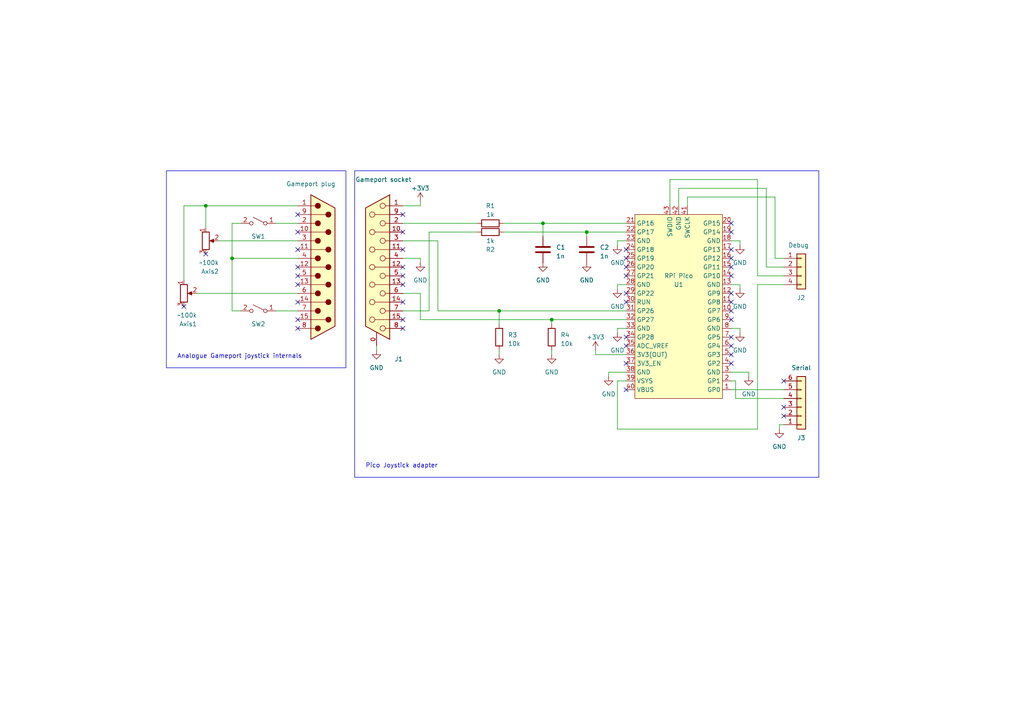
<source format=kicad_sch>
(kicad_sch (version 20230121) (generator eeschema)
  (paper "A4")
  (title_block (title "Pico Joystick schematic") (date "2023-05-02") (rev "1") (company "Alan Reed"))
  (lib_symbols
    (symbol "Connector:DA15_Plug" (pin_names (offset 1.016) hide)
      (property "Reference" "J" (at 0.508 21.59 0))
      (property "Value" "DA15_Plug" (at 0 -22.225 0))
      (symbol "DA15_Plug_0_1"
        (circle (center -1.778 -17.78) (radius 0.762) (fill (type outline)))
        (circle (center -1.778 -12.7) (radius 0.762) (fill (type outline)))
        (circle (center -1.778 -7.62) (radius 0.762) (fill (type outline)))
        (circle (center -1.778 -2.54) (radius 0.762) (fill (type outline)))
        (circle (center -1.778 2.54) (radius 0.762) (fill (type outline)))
        (circle (center -1.778 7.62) (radius 0.762) (fill (type outline)))
        (circle (center -1.778 12.7) (radius 0.762) (fill (type outline)))
        (circle (center -1.778 17.78) (radius 0.762) (fill (type outline)))
        (polyline (pts (xy -3.81 -17.78) (xy -2.54 -17.78)))
        (polyline (pts (xy -3.81 -15.24) (xy 0.508 -15.24)))
        (polyline (pts (xy -3.81 -12.7) (xy -2.54 -12.7)))
        (polyline (pts (xy -3.81 -10.16) (xy 0.508 -10.16)))
        (polyline (pts (xy -3.81 -7.62) (xy -2.54 -7.62)))
        (polyline (pts (xy -3.81 -5.08) (xy 0.508 -5.08)))
        (polyline (pts (xy -3.81 -2.54) (xy -2.54 -2.54)))
        (polyline (pts (xy -3.81 0) (xy 0.508 0)))
        (polyline (pts (xy -3.81 2.54) (xy -2.54 2.54)))
        (polyline (pts (xy -3.81 5.08) (xy 0.508 5.08)))
        (polyline (pts (xy -3.81 7.62) (xy -2.54 7.62)))
        (polyline (pts (xy -3.81 10.16) (xy 0.508 10.16)))
        (polyline (pts (xy -3.81 12.7) (xy -2.54 12.7)))
        (polyline (pts (xy -3.81 15.24) (xy 0.508 15.24)))
        (polyline (pts (xy -3.81 17.78) (xy -2.54 17.78)))
        (polyline (pts (xy -3.81 -20.955) (xy 3.175 -17.145) (xy 3.175 17.145) (xy -3.81 20.955) (xy -3.81 -20.955)) (stroke (width 0.254)) (fill (type background)))
        (circle (center 1.27 -15.24) (radius 0.762) (fill (type outline)))
        (circle (center 1.27 -10.16) (radius 0.762) (fill (type outline)))
        (circle (center 1.27 -5.08) (radius 0.762) (fill (type outline)))
        (circle (center 1.27 0) (radius 0.762) (fill (type outline)))
        (circle (center 1.27 5.08) (radius 0.762) (fill (type outline)))
        (circle (center 1.27 10.16) (radius 0.762) (fill (type outline)))
        (circle (center 1.27 15.24) (radius 0.762) (fill (type outline)))
      )
      (symbol "DA15_Plug_1_1"
        (pin passive line (at -7.62 -17.78 0) (length 3.81) (name "1") (number "1"))
        (pin passive line (at -7.62 -10.16 0) (length 3.81) (name "P10") (number "10"))
        (pin passive line (at -7.62 -5.08 0) (length 3.81) (name "P111") (number "11"))
        (pin passive line (at -7.62 0 0) (length 3.81) (name "P12") (number "12"))
        (pin passive line (at -7.62 5.08 0) (length 3.81) (name "P13") (number "13"))
        (pin passive line (at -7.62 10.16 0) (length 3.81) (name "P14") (number "14"))
        (pin passive line (at -7.62 15.24 0) (length 3.81) (name "P15") (number "15"))
        (pin passive line (at -7.62 -12.7 0) (length 3.81) (name "2") (number "2"))
        (pin passive line (at -7.62 -7.62 0) (length 3.81) (name "3") (number "3"))
        (pin passive line (at -7.62 -2.54 0) (length 3.81) (name "4") (number "4"))
        (pin passive line (at -7.62 2.54 0) (length 3.81) (name "5") (number "5"))
        (pin passive line (at -7.62 7.62 0) (length 3.81) (name "6") (number "6"))
        (pin passive line (at -7.62 12.7 0) (length 3.81) (name "7") (number "7"))
        (pin passive line (at -7.62 17.78 0) (length 3.81) (name "8") (number "8"))
        (pin passive line (at -7.62 -15.24 0) (length 3.81) (name "P9") (number "9"))
      )
    )
    (symbol "Connector:DA15_Receptacle_MountingHoles" (pin_names (offset 1.016) hide)
      (property "Reference" "J" (at 0 24.13 0))
      (property "Value" "DA15_Receptacle_MountingHoles" (at 0 22.225 0))
      (symbol "DA15_Receptacle_MountingHoles_0_1"
        (circle (center -1.778 -17.78) (radius 0.762))
        (circle (center -1.778 -12.7) (radius 0.762))
        (circle (center -1.778 -7.62) (radius 0.762))
        (circle (center -1.778 -2.54) (radius 0.762))
        (circle (center -1.778 2.54) (radius 0.762))
        (circle (center -1.778 7.62) (radius 0.762))
        (circle (center -1.778 12.7) (radius 0.762))
        (circle (center -1.778 17.78) (radius 0.762))
        (polyline (pts (xy -3.81 -17.78) (xy -2.54 -17.78)))
        (polyline (pts (xy -3.81 -15.24) (xy 0.508 -15.24)))
        (polyline (pts (xy -3.81 -12.7) (xy -2.54 -12.7)))
        (polyline (pts (xy -3.81 -10.16) (xy 0.508 -10.16)))
        (polyline (pts (xy -3.81 -7.62) (xy -2.54 -7.62)))
        (polyline (pts (xy -3.81 -5.08) (xy 0.508 -5.08)))
        (polyline (pts (xy -3.81 -2.54) (xy -2.54 -2.54)))
        (polyline (pts (xy -3.81 0) (xy 0.508 0)))
        (polyline (pts (xy -3.81 2.54) (xy -2.54 2.54)))
        (polyline (pts (xy -3.81 5.08) (xy 0.508 5.08)))
        (polyline (pts (xy -3.81 7.62) (xy -2.54 7.62)))
        (polyline (pts (xy -3.81 10.16) (xy 0.508 10.16)))
        (polyline (pts (xy -3.81 12.7) (xy -2.54 12.7)))
        (polyline (pts (xy -3.81 15.24) (xy 0.508 15.24)))
        (polyline (pts (xy -3.81 17.78) (xy -2.54 17.78)))
        (polyline (pts (xy -3.81 20.955) (xy 3.175 17.145) (xy 3.175 -17.145) (xy -3.81 -20.955) (xy -3.81 20.955)) (stroke (width 0.254)) (fill (type background)))
        (circle (center 1.27 -15.24) (radius 0.762))
        (circle (center 1.27 -10.16) (radius 0.762))
        (circle (center 1.27 -5.08) (radius 0.762))
        (circle (center 1.27 0) (radius 0.762))
        (circle (center 1.27 5.08) (radius 0.762))
        (circle (center 1.27 10.16) (radius 0.762))
        (circle (center 1.27 15.24) (radius 0.762))
      )
      (symbol "DA15_Receptacle_MountingHoles_1_1"
        (pin passive line (at 0 -22.86 90) (length 3.81) (name "PAD") (number "0"))
        (pin passive line (at -7.62 17.78 0) (length 3.81) (name "1") (number "1"))
        (pin passive line (at -7.62 10.16 0) (length 3.81) (name "P10") (number "10"))
        (pin passive line (at -7.62 5.08 0) (length 3.81) (name "P111") (number "11"))
        (pin passive line (at -7.62 0 0) (length 3.81) (name "P12") (number "12"))
        (pin passive line (at -7.62 -5.08 0) (length 3.81) (name "P13") (number "13"))
        (pin passive line (at -7.62 -10.16 0) (length 3.81) (name "P14") (number "14"))
        (pin passive line (at -7.62 -15.24 0) (length 3.81) (name "P15") (number "15"))
        (pin passive line (at -7.62 12.7 0) (length 3.81) (name "2") (number "2"))
        (pin passive line (at -7.62 7.62 0) (length 3.81) (name "3") (number "3"))
        (pin passive line (at -7.62 2.54 0) (length 3.81) (name "4") (number "4"))
        (pin passive line (at -7.62 -2.54 0) (length 3.81) (name "5") (number "5"))
        (pin passive line (at -7.62 -7.62 0) (length 3.81) (name "6") (number "6"))
        (pin passive line (at -7.62 -12.7 0) (length 3.81) (name "7") (number "7"))
        (pin passive line (at -7.62 -17.78 0) (length 3.81) (name "8") (number "8"))
        (pin passive line (at -7.62 15.24 0) (length 3.81) (name "P9") (number "9"))
      )
    )
    (symbol "Connector_Generic:Conn_01x04" (pin_names (offset 1.016) hide)
      (property "Reference" "J" (at 0 5.08 0))
      (property "Value" "Conn_01x04" (at 0 -7.62 0))
      (symbol "Conn_01x04_1_1"
        (rectangle (start -1.27 -4.953) (end 0 -5.207) (stroke (width 0.1524)))
        (rectangle (start -1.27 -2.413) (end 0 -2.667) (stroke (width 0.1524)))
        (rectangle (start -1.27 0.127) (end 0 -0.127) (stroke (width 0.1524)))
        (rectangle (start -1.27 2.667) (end 0 2.413) (stroke (width 0.1524)))
        (rectangle (start -1.27 3.81) (end 1.27 -6.35) (stroke (width 0.254)) (fill (type background)))
        (pin passive line (at -5.08 2.54 0) (length 3.81) (name "Pin_1") (number "1"))
        (pin passive line (at -5.08 0 0) (length 3.81) (name "Pin_2") (number "2"))
        (pin passive line (at -5.08 -2.54 0) (length 3.81) (name "Pin_3") (number "3"))
        (pin passive line (at -5.08 -5.08 0) (length 3.81) (name "Pin_4") (number "4"))
      )
    )
    (symbol "Connector_Generic:Conn_01x06" (pin_names (offset 1.016) hide)
      (property "Reference" "J" (at 0 7.62 0))
      (property "Value" "Conn_01x06" (at 0 -10.16 0))
      (symbol "Conn_01x06_1_1"
        (rectangle (start -1.27 -7.493) (end 0 -7.747) (stroke (width 0.1524)))
        (rectangle (start -1.27 -4.953) (end 0 -5.207) (stroke (width 0.1524)))
        (rectangle (start -1.27 -2.413) (end 0 -2.667) (stroke (width 0.1524)))
        (rectangle (start -1.27 0.127) (end 0 -0.127) (stroke (width 0.1524)))
        (rectangle (start -1.27 2.667) (end 0 2.413) (stroke (width 0.1524)))
        (rectangle (start -1.27 5.207) (end 0 4.953) (stroke (width 0.1524)))
        (rectangle (start -1.27 6.35) (end 1.27 -8.89) (stroke (width 0.254)) (fill (type background)))
        (pin passive line (at -5.08 5.08 0) (length 3.81) (name "Pin_1") (number "1"))
        (pin passive line (at -5.08 2.54 0) (length 3.81) (name "Pin_2") (number "2"))
        (pin passive line (at -5.08 0 0) (length 3.81) (name "Pin_3") (number "3"))
        (pin passive line (at -5.08 -2.54 0) (length 3.81) (name "Pin_4") (number "4"))
        (pin passive line (at -5.08 -5.08 0) (length 3.81) (name "Pin_5") (number "5"))
        (pin passive line (at -5.08 -7.62 0) (length 3.81) (name "Pin_6") (number "6"))
      )
    )
    (symbol "Device:C" (pin_numbers hide) (pin_names (offset 0.254))
      (property "Reference" "C" (at 0.635 2.54 0))
      (property "Value" "C" (at 0.635 -2.54 0))
      (symbol "C_0_1"
        (polyline (pts (xy -2.032 -0.762) (xy 2.032 -0.762)) (stroke (width 0.508)))
        (polyline (pts (xy -2.032 0.762) (xy 2.032 0.762)) (stroke (width 0.508)))
      )
      (symbol "C_1_1"
        (pin passive line (at 0 3.81 270) (length 2.794) (name "~") (number "1"))
        (pin passive line (at 0 -3.81 90) (length 2.794) (name "~") (number "2"))
      )
    )
    (symbol "Device:R" (pin_numbers hide) (pin_names (offset 0))
      (property "Reference" "R" (at 2.032 0 90))
      (property "Value" "R" (at 0 0 90))
      (symbol "R_0_1"
        (rectangle (start -1.016 -2.54) (end 1.016 2.54) (stroke (width 0.254)))
      )
      (symbol "R_1_1"
        (pin passive line (at 0 3.81 270) (length 1.27) (name "~") (number "1"))
        (pin passive line (at 0 -3.81 90) (length 1.27) (name "~") (number "2"))
      )
    )
    (symbol "Device:R_Potentiometer" (pin_names (offset 1.016) hide)
      (property "Reference" "RV" (at -4.445 0 90))
      (property "Value" "R_Potentiometer" (at -2.54 0 90))
      (symbol "R_Potentiometer_0_1"
        (polyline (pts (xy 2.54 0) (xy 1.524 0)))
        (polyline (pts (xy 1.143 0) (xy 2.286 0.508) (xy 2.286 -0.508) (xy 1.143 0)) (fill (type outline)))
        (rectangle (start 1.016 2.54) (end -1.016 -2.54) (stroke (width 0.254)))
      )
      (symbol "R_Potentiometer_1_1"
        (pin passive line (at 0 3.81 270) (length 1.27) (name "1") (number "1"))
        (pin passive line (at 3.81 0 180) (length 1.27) (name "2") (number "2"))
        (pin passive line (at 0 -3.81 90) (length 1.27) (name "3") (number "3"))
      )
    )
    (symbol "Switch:SW_SPST" (pin_names (offset 0) hide)
      (property "Reference" "SW" (at 0 3.175 0))
      (property "Value" "SW_SPST" (at 0 -2.54 0))
      (symbol "SW_SPST_0_0"
        (circle (center -2.032 0) (radius 0.508))
        (polyline (pts (xy -1.524 0.254) (xy 1.524 1.778)))
        (circle (center 2.032 0) (radius 0.508))
      )
      (symbol "SW_SPST_1_1"
        (pin passive line (at -5.08 0 0) (length 2.54) (name "A") (number "1"))
        (pin passive line (at 5.08 0 180) (length 2.54) (name "B") (number "2"))
      )
    )
    (symbol "pi_pico:pi_pico"
      (property "Reference" "U1" (at 0 -17.78 0))
      (property "Value" "RPi Pico" (at 0 -20.32 0))
      (symbol "pi_pico_1_1"
        (rectangle (start -12.7 15.24) (end 12.7 -38.1) (fill (type background)))
        (pin bidirectional line (at -15.24 12.7 0) (length 2.54) (name "GP0") (number "1"))
        (pin bidirectional line (at -15.24 -10.16 0) (length 2.54) (name "GP7") (number "10"))
        (pin bidirectional line (at -15.24 -12.7 0) (length 2.54) (name "GP8") (number "11"))
        (pin bidirectional line (at -15.24 -15.24 0) (length 2.54) (name "GP9") (number "12"))
        (pin bidirectional line (at -15.24 -17.78 0) (length 2.54) (name "GND") (number "13"))
        (pin bidirectional line (at -15.24 -20.32 0) (length 2.54) (name "GP10") (number "14"))
        (pin bidirectional line (at -15.24 -22.86 0) (length 2.54) (name "GP11") (number "15"))
        (pin bidirectional line (at -15.24 -25.4 0) (length 2.54) (name "GP12") (number "16"))
        (pin bidirectional line (at -15.24 -27.94 0) (length 2.54) (name "GP13") (number "17"))
        (pin bidirectional line (at -15.24 -30.48 0) (length 2.54) (name "GND") (number "18"))
        (pin bidirectional line (at -15.24 -33.02 0) (length 2.54) (name "GP14") (number "19"))
        (pin bidirectional line (at -15.24 10.16 0) (length 2.54) (name "GP1") (number "2"))
        (pin bidirectional line (at -15.24 -35.56 0) (length 2.54) (name "GP15") (number "20"))
        (pin bidirectional line (at 15.24 -35.56 180) (length 2.54) (name "GP16") (number "21"))
        (pin bidirectional line (at 15.24 -33.02 180) (length 2.54) (name "GP17") (number "22"))
        (pin bidirectional line (at 15.24 -30.48 180) (length 2.54) (name "GND") (number "23"))
        (pin bidirectional line (at 15.24 -27.94 180) (length 2.54) (name "GP18") (number "24"))
        (pin bidirectional line (at 15.24 -25.4 180) (length 2.54) (name "GP19") (number "25"))
        (pin bidirectional line (at 15.24 -22.86 180) (length 2.54) (name "GP20") (number "26"))
        (pin bidirectional line (at 15.24 -20.32 180) (length 2.54) (name "GP21") (number "27"))
        (pin bidirectional line (at 15.24 -17.78 180) (length 2.54) (name "GND") (number "28"))
        (pin bidirectional line (at 15.24 -15.24 180) (length 2.54) (name "GP22") (number "29"))
        (pin bidirectional line (at -15.24 7.62 0) (length 2.54) (name "GND") (number "3"))
        (pin input line (at 15.24 -12.7 180) (length 2.54) (name "RUN") (number "30"))
        (pin bidirectional line (at 15.24 -10.16 180) (length 2.54) (name "GP26") (number "31"))
        (pin bidirectional line (at 15.24 -7.62 180) (length 2.54) (name "GP27") (number "32"))
        (pin bidirectional line (at 15.24 -5.08 180) (length 2.54) (name "GND") (number "33"))
        (pin bidirectional line (at 15.24 -2.54 180) (length 2.54) (name "GP28") (number "34"))
        (pin bidirectional line (at 15.24 0 180) (length 2.54) (name "ADC_VREF") (number "35"))
        (pin power_out line (at 15.24 2.54 180) (length 2.54) (name "3V3(OUT)") (number "36"))
        (pin input line (at 15.24 5.08 180) (length 2.54) (name "3V3_EN") (number "37"))
        (pin bidirectional line (at 15.24 7.62 180) (length 2.54) (name "GND") (number "38"))
        (pin bidirectional line (at 15.24 10.16 180) (length 2.54) (name "VSYS") (number "39"))
        (pin bidirectional line (at -15.24 5.08 0) (length 2.54) (name "GP2") (number "4"))
        (pin bidirectional line (at 15.24 12.7 180) (length 2.54) (name "VBUS") (number "40"))
        (pin input line (at -2.54 -40.64 90) (length 2.54) (name "SWCLK") (number "41"))
        (pin power_in line (at 0 -40.64 90) (length 2.54) (name "GND") (number "42"))
        (pin bidirectional line (at 2.54 -40.64 90) (length 2.54) (name "SWDIO") (number "43"))
        (pin bidirectional line (at -15.24 2.54 0) (length 2.54) (name "GP3") (number "5"))
        (pin bidirectional line (at -15.24 0 0) (length 2.54) (name "GP4") (number "6"))
        (pin bidirectional line (at -15.24 -2.54 0) (length 2.54) (name "GP5") (number "7"))
        (pin bidirectional line (at -15.24 -5.08 0) (length 2.54) (name "GND") (number "8"))
        (pin bidirectional line (at -15.24 -7.62 0) (length 2.54) (name "GP6") (number "9"))
      )
    )
    (symbol "power:+3V3" (power) (pin_names (offset 0))
      (property "Value" "+3V3" (at 0 3.556 0))
      (symbol "+3V3_0_1"
        (polyline (pts (xy -0.762 1.27) (xy 0 2.54)))
        (polyline (pts (xy 0 0) (xy 0 2.54)))
        (polyline (pts (xy 0 2.54) (xy 0.762 1.27)))
      )
      (symbol "+3V3_1_1"
        (pin power_in line (at 0 0 90) (length 0) hide (name "+3V3") (number "1"))
      )
    )
    (symbol "power:GND" (power) (pin_names (offset 0))
      (property "Value" "GND" (at 0 -3.81 0))
      (symbol "GND_0_1"
        (polyline (pts (xy 0 0) (xy 0 -1.27) (xy 1.27 -1.27) (xy 0 -2.54) (xy -1.27 -1.27) (xy 0 -1.27)))
      )
      (symbol "GND_1_1"
        (pin power_in line (at 0 0 270) (length 0) hide (name "GND") (number "1"))
      )
    )
  )
  (junction (at 67.31 74.93))
  (junction (at 170.18 67.31))
  (junction (at 59.69 59.69))
  (junction (at 160.02 92.71))
  (junction (at 144.78 90.17))
  (junction (at 157.48 64.77))
  (no_connect (at 181.61 87.63))
  (no_connect (at 181.61 100.33))
  (no_connect (at 212.09 105.41))
  (no_connect (at 181.61 97.79))
  (no_connect (at 212.09 90.17))
  (no_connect (at 59.69 73.66))
  (no_connect (at 86.36 92.71))
  (no_connect (at 212.09 64.77))
  (no_connect (at 212.09 87.63))
  (no_connect (at 181.61 80.01))
  (no_connect (at 212.09 102.87))
  (no_connect (at 227.33 120.65))
  (no_connect (at 212.09 80.01))
  (no_connect (at 116.84 92.71))
  (no_connect (at 116.84 67.31))
  (no_connect (at 227.33 118.11))
  (no_connect (at 116.84 82.55))
  (no_connect (at 181.61 74.93))
  (no_connect (at 212.09 74.93))
  (no_connect (at 212.09 92.71))
  (no_connect (at 181.61 85.09))
  (no_connect (at 86.36 72.39))
  (no_connect (at 212.09 85.09))
  (no_connect (at 116.84 77.47))
  (no_connect (at 212.09 77.47))
  (no_connect (at 86.36 67.31))
  (no_connect (at 53.34 88.9))
  (no_connect (at 181.61 105.41))
  (no_connect (at 116.84 87.63))
  (no_connect (at 116.84 80.01))
  (no_connect (at 86.36 95.25))
  (no_connect (at 212.09 67.31))
  (no_connect (at 116.84 62.23))
  (no_connect (at 86.36 82.55))
  (no_connect (at 116.84 72.39))
  (no_connect (at 212.09 72.39))
  (no_connect (at 227.33 110.49))
  (no_connect (at 212.09 100.33))
  (no_connect (at 181.61 77.47))
  (no_connect (at 86.36 77.47))
  (no_connect (at 212.09 97.79))
  (no_connect (at 86.36 62.23))
  (no_connect (at 181.61 113.03))
  (no_connect (at 181.61 72.39))
  (no_connect (at 86.36 80.01))
  (no_connect (at 86.36 87.63))
  (no_connect (at 116.84 95.25))
  (wire (pts (xy 67.31 90.17) (xy 69.85 90.17)))
  (wire (pts (xy 146.05 64.77) (xy 157.48 64.77)))
  (wire (pts (xy 196.85 59.69) (xy 196.85 54.61)))
  (wire (pts (xy 124.46 67.31) (xy 138.43 67.31)))
  (wire (pts (xy 86.36 85.09) (xy 57.15 85.09)))
  (wire (pts (xy 86.36 64.77) (xy 80.01 64.77)))
  (wire (pts (xy 160.02 92.71) (xy 181.61 92.71)))
  (wire (pts (xy 116.84 90.17) (xy 124.46 90.17)))
  (wire (pts (xy 181.61 67.31) (xy 170.18 67.31)))
  (wire (pts (xy 212.09 113.03) (xy 227.33 113.03)))
  (wire (pts (xy 199.39 57.15) (xy 224.79 57.15)))
  (wire (pts (xy 222.25 77.47) (xy 227.33 77.47)))
  (wire (pts (xy 53.34 59.69) (xy 53.34 81.28)))
  (wire (pts (xy 179.07 82.55) (xy 179.07 83.82)))
  (wire (pts (xy 160.02 92.71) (xy 160.02 93.98)))
  (wire (pts (xy 219.71 82.55) (xy 219.71 124.46)))
  (wire (pts (xy 212.09 110.49) (xy 213.36 110.49)))
  (wire (pts (xy 146.05 67.31) (xy 170.18 67.31)))
  (wire (pts (xy 199.39 57.15) (xy 199.39 59.69)))
  (wire (pts (xy 213.36 115.57) (xy 227.33 115.57)))
  (wire (pts (xy 176.53 107.95) (xy 176.53 109.22)))
  (wire (pts (xy 86.36 90.17) (xy 80.01 90.17)))
  (wire (pts (xy 67.31 74.93) (xy 67.31 90.17)))
  (wire (pts (xy 214.63 82.55) (xy 214.63 83.82)))
  (wire (pts (xy 194.31 52.07) (xy 219.71 52.07)))
  (wire (pts (xy 224.79 74.93) (xy 224.79 57.15)))
  (wire (pts (xy 144.78 101.6) (xy 144.78 102.87)))
  (wire (pts (xy 212.09 69.85) (xy 214.63 69.85)))
  (wire (pts (xy 121.92 74.93) (xy 121.92 76.2)))
  (wire (pts (xy 157.48 64.77) (xy 157.48 68.58)))
  (wire (pts (xy 157.48 64.77) (xy 181.61 64.77)))
  (wire (pts (xy 222.25 54.61) (xy 222.25 77.47)))
  (wire (pts (xy 181.61 95.25) (xy 179.07 95.25)))
  (wire (pts (xy 67.31 64.77) (xy 67.31 74.93)))
  (wire (pts (xy 196.85 54.61) (xy 222.25 54.61)))
  (wire (pts (xy 116.84 59.69) (xy 121.92 59.69)))
  (wire (pts (xy 181.61 69.85) (xy 179.07 69.85)))
  (wire (pts (xy 213.36 110.49) (xy 213.36 115.57)))
  (wire (pts (xy 144.78 90.17) (xy 144.78 93.98)))
  (wire (pts (xy 160.02 101.6) (xy 160.02 102.87)))
  (wire (pts (xy 127 90.17) (xy 144.78 90.17)))
  (wire (pts (xy 219.71 82.55) (xy 227.33 82.55)))
  (wire (pts (xy 181.61 110.49) (xy 179.07 110.49)))
  (wire (pts (xy 121.92 85.09) (xy 121.92 92.71)))
  (wire (pts (xy 127 69.85) (xy 127 90.17)))
  (wire (pts (xy 172.72 101.6) (xy 172.72 102.87)))
  (wire (pts (xy 227.33 80.01) (xy 219.71 80.01)))
  (wire (pts (xy 170.18 67.31) (xy 170.18 68.58)))
  (wire (pts (xy 214.63 95.25) (xy 214.63 96.52)))
  (wire (pts (xy 194.31 52.07) (xy 194.31 59.69)))
  (wire (pts (xy 86.36 59.69) (xy 59.69 59.69)))
  (wire (pts (xy 219.71 80.01) (xy 219.71 52.07)))
  (wire (pts (xy 181.61 107.95) (xy 176.53 107.95)))
  (wire (pts (xy 227.33 74.93) (xy 224.79 74.93)))
  (wire (pts (xy 212.09 95.25) (xy 214.63 95.25)))
  (wire (pts (xy 212.09 107.95) (xy 217.17 107.95)))
  (wire (pts (xy 86.36 74.93) (xy 67.31 74.93)))
  (wire (pts (xy 116.84 74.93) (xy 121.92 74.93)))
  (wire (pts (xy 226.06 123.19) (xy 226.06 124.46)))
  (wire (pts (xy 227.33 123.19) (xy 226.06 123.19)))
  (wire (pts (xy 172.72 102.87) (xy 181.61 102.87)))
  (wire (pts (xy 86.36 69.85) (xy 63.5 69.85)))
  (wire (pts (xy 121.92 59.69) (xy 121.92 58.42)))
  (wire (pts (xy 59.69 59.69) (xy 59.69 66.04)))
  (wire (pts (xy 181.61 82.55) (xy 179.07 82.55)))
  (wire (pts (xy 179.07 95.25) (xy 179.07 96.52)))
  (wire (pts (xy 217.17 107.95) (xy 217.17 109.22)))
  (wire (pts (xy 212.09 82.55) (xy 214.63 82.55)))
  (wire (pts (xy 124.46 90.17) (xy 124.46 67.31)))
  (wire (pts (xy 144.78 90.17) (xy 181.61 90.17)))
  (wire (pts (xy 109.22 100.33) (xy 109.22 101.6)))
  (wire (pts (xy 179.07 124.46) (xy 219.71 124.46)))
  (wire (pts (xy 116.84 69.85) (xy 127 69.85)))
  (wire (pts (xy 116.84 64.77) (xy 138.43 64.77)))
  (wire (pts (xy 116.84 85.09) (xy 121.92 85.09)))
  (wire (pts (xy 69.85 64.77) (xy 67.31 64.77)))
  (wire (pts (xy 121.92 92.71) (xy 160.02 92.71)))
  (wire (pts (xy 59.69 59.69) (xy 53.34 59.69)))
  (wire (pts (xy 179.07 110.49) (xy 179.07 124.46)))
  (wire (pts (xy 214.63 69.85) (xy 214.63 71.12)))
  (wire (pts (xy 179.07 69.85) (xy 179.07 71.12)))
  (rectangle (start 102.87 49.53) (end 237.49 138.43))
  (rectangle (start 48.26 49.53) (end 100.33 106.68))
  (text "Analogue Gameport joystick internals" (at 87.63 104.14 0) (effects (font (size 1.27 1.27)) (justify right bottom)))
  (text "Pico Joystick adapter" (at 127 135.89 0) (effects (font (size 1.27 1.27)) (justify right bottom)))
  (symbol (lib_id "power:GND") (at 214.63 83.82 0) (mirror y) (unit 1)
    (property "Reference" "#PWR014" (effects hide))
    (property "Value" "GND" (at 214.63 88.9 0))
  )
  (symbol (lib_id "Device:R") (at 160.02 97.79 0) (mirror y) (unit 1)
    (property "Reference" "R4" (at 162.56 97.155 0) (effects (justify right)))
    (property "Value" "10k" (at 162.56 99.695 0) (effects (justify right)))
    (property "Footprint" "Resistor_THT:R_Axial_DIN0411_L9.9mm_D3.6mm_P12.70mm_Horizontal" (effects hide))
  )
  (symbol (lib_id "power:GND") (at 179.07 71.12 0) (mirror y) (unit 1)
    (property "Reference" "#PWR010" (effects hide))
    (property "Value" "GND" (at 179.07 76.2 0))
  )
  (symbol (lib_id "power:GND") (at 157.48 76.2 0) (mirror y) (unit 1)
    (property "Reference" "#PWR05" (effects hide))
    (property "Value" "GND" (at 157.48 81.28 0))
  )
  (symbol (lib_id "pi_pico:pi_pico") (at 196.85 100.33 180) (unit 1)
    (property "Reference" "U1" (at 196.85 82.55 0))
    (property "Value" "RPi Pico" (at 196.85 80.01 0))
    (property "Footprint" "pi_pico:Pi_Pico" (effects hide))
  )
  (symbol (lib_id "power:GND") (at 179.07 96.52 0) (mirror y) (unit 1)
    (property "Reference" "#PWR012" (effects hide))
    (property "Value" "GND" (at 179.07 101.6 0))
  )
  (symbol (lib_id "power:GND") (at 160.02 102.87 0) (mirror y) (unit 1)
    (property "Reference" "#PWR06" (effects hide))
    (property "Value" "GND" (at 160.02 107.95 0))
  )
  (symbol (lib_id "Device:R") (at 144.78 97.79 0) (mirror y) (unit 1)
    (property "Reference" "R3" (at 147.32 97.155 0) (effects (justify right)))
    (property "Value" "10k" (at 147.32 99.695 0) (effects (justify right)))
    (property "Footprint" "Resistor_THT:R_Axial_DIN0411_L9.9mm_D3.6mm_P12.70mm_Horizontal" (effects hide))
  )
  (symbol (lib_id "Switch:SW_SPST") (at 74.93 90.17 0) (mirror y) (unit 1) (on_board no)
    (property "Reference" "SW2" (at 74.93 93.98 0))
    (property "Value" "SW_SPST" (effects hide))
  )
  (symbol (lib_id "Connector:DA15_Receptacle_MountingHoles") (at 109.22 77.47 0) (mirror y) (unit 1)
    (property "Reference" "J1" (at 116.84 104.14 0) (effects (justify left)))
    (property "Value" "Gameport socket" (at 119.38 52.07 0) (effects (justify left)))
    (property "Footprint" "Connector_Dsub:DSUB-15_Female_Horizontal_P2.77x2.84mm_EdgePinOffset9.90mm_Housed_MountingHolesOffset11.32mm" (effects hide))
    (property "Datasheet" " ~" (effects hide))
  )
  (symbol (lib_id "Device:C") (at 157.48 72.39 0) (mirror y) (unit 1)
    (property "Reference" "C1" (at 161.29 71.755 0) (effects (justify right)))
    (property "Value" "1n" (at 161.29 74.295 0) (effects (justify right)))
    (property "Footprint" "Capacitor_THT:C_Disc_D5.0mm_W2.5mm_P2.50mm" (effects hide))
  )
  (symbol (lib_id "power:GND") (at 217.17 109.22 0) (mirror y) (unit 1)
    (property "Reference" "#PWR016" (effects hide))
    (property "Value" "GND" (at 217.17 114.3 0))
  )
  (symbol (lib_id "power:+3V3") (at 121.92 58.42 0) (mirror y) (unit 1)
    (property "Reference" "#PWR02" (effects hide))
    (property "Value" "+3V3" (at 121.92 54.61 0))
  )
  (symbol (lib_id "Switch:SW_SPST") (at 74.93 64.77 0) (mirror y) (unit 1) (on_board no)
    (property "Reference" "SW1" (at 74.93 68.58 0))
    (property "Value" "SW_SPST" (effects hide))
  )
  (symbol (lib_id "power:GND") (at 176.53 109.22 0) (unit 1)
    (property "Reference" "#PWR09" (effects hide))
    (property "Value" "GND" (at 176.53 114.3 0))
  )
  (symbol (lib_id "power:GND") (at 109.22 101.6 0) (mirror y) (unit 1)
    (property "Reference" "#PWR01" (effects hide))
    (property "Value" "GND" (at 109.22 106.68 0))
  )
  (symbol (lib_id "Device:R") (at 142.24 64.77 90) (mirror x) (unit 1)
    (property "Reference" "R1" (at 142.24 59.69 90))
    (property "Value" "1k" (at 142.24 62.23 90))
    (property "Footprint" "Resistor_THT:R_Axial_DIN0411_L9.9mm_D3.6mm_P12.70mm_Horizontal" (effects hide))
  )
  (symbol (lib_id "power:GND") (at 144.78 102.87 0) (mirror y) (unit 1)
    (property "Reference" "#PWR04" (effects hide))
    (property "Value" "GND" (at 144.78 107.95 0))
  )
  (symbol (lib_id "power:GND") (at 170.18 76.2 0) (mirror y) (unit 1)
    (property "Reference" "#PWR07" (effects hide))
    (property "Value" "GND" (at 170.18 81.28 0))
  )
  (symbol (lib_id "Device:C") (at 170.18 72.39 0) (mirror y) (unit 1)
    (property "Reference" "C2" (at 173.99 71.755 0) (effects (justify right)))
    (property "Value" "1n" (at 173.99 74.295 0) (effects (justify right)))
    (property "Footprint" "Capacitor_THT:C_Disc_D5.0mm_W2.5mm_P2.50mm" (effects hide))
  )
  (symbol (lib_id "power:GND") (at 214.63 71.12 0) (mirror y) (unit 1)
    (property "Reference" "#PWR013" (effects hide))
    (property "Value" "GND" (at 214.63 76.2 0))
  )
  (symbol (lib_id "power:GND") (at 121.92 76.2 0) (mirror y) (unit 1)
    (property "Reference" "#PWR03" (effects hide))
    (property "Value" "GND" (at 121.92 81.28 0))
  )
  (symbol (lib_id "Connector_Generic:Conn_01x04") (at 232.41 77.47 0) (unit 1)
    (property "Reference" "J2" (at 231.14 86.36 0) (effects (justify left)))
    (property "Value" "Debug" (at 228.6 71.12 0) (effects (justify left)))
    (property "Footprint" "Connector_JST:JST_XH_B4B-XH-A_1x04_P2.50mm_Vertical" (effects hide))
  )
  (symbol (lib_id "power:+3V3") (at 172.72 101.6 0) (mirror y) (unit 1)
    (property "Reference" "#PWR08" (effects hide))
    (property "Value" "+3V3" (at 172.72 97.79 0))
  )
  (symbol (lib_id "Connector:DA15_Plug") (at 93.98 77.47 0) (mirror x) (unit 1) (on_board no)
    (property "Reference" "J4" (effects hide))
    (property "Value" "Gameport plug" (at 90.17 53.34 0))
    (property "Datasheet" " ~" (effects hide))
  )
  (symbol (lib_id "Device:R") (at 142.24 67.31 90) (unit 1)
    (property "Reference" "R2" (at 142.24 72.39 90))
    (property "Value" "1k" (at 142.24 69.85 90))
    (property "Footprint" "Resistor_THT:R_Axial_DIN0411_L9.9mm_D3.6mm_P12.70mm_Horizontal" (effects hide))
  )
  (symbol (lib_id "Device:R_Potentiometer") (at 53.34 85.09 0) (unit 1) (on_board no)
    (property "Reference" "Axis1" (at 57.15 93.98 0) (effects (justify right)))
    (property "Value" "~100k" (at 57.15 91.44 0) (effects (justify right)))
  )
  (symbol (lib_id "Connector_Generic:Conn_01x06") (at 232.41 118.11 0) (mirror x) (unit 1)
    (property "Reference" "J3" (at 232.41 127 0))
    (property "Value" "Serial" (at 232.41 106.68 0))
    (property "Footprint" "Connector_PinHeader_2.54mm:PinHeader_1x06_P2.54mm_Vertical" (effects hide))
  )
  (symbol (lib_id "power:GND") (at 179.07 83.82 0) (mirror y) (unit 1)
    (property "Reference" "#PWR011" (effects hide))
    (property "Value" "GND" (at 179.07 88.9 0))
  )
  (symbol (lib_id "power:GND") (at 226.06 124.46 0) (unit 1)
    (property "Reference" "#PWR017" (effects hide))
    (property "Value" "GND" (at 226.06 129.54 0))
  )
  (symbol (lib_id "power:GND") (at 214.63 96.52 0) (mirror y) (unit 1)
    (property "Reference" "#PWR015" (effects hide))
    (property "Value" "GND" (at 214.63 101.6 0))
  )
  (symbol (lib_id "Device:R_Potentiometer") (at 59.69 69.85 0) (unit 1) (on_board no)
    (property "Reference" "Axis2" (at 63.5 78.74 0) (effects (justify right)))
    (property "Value" "~100k" (at 63.5 76.2 0) (effects (justify right)))
  )
)
</source>
